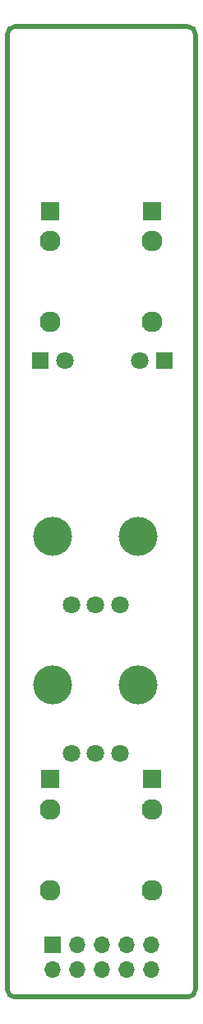
<source format=gbr>
%TF.GenerationSoftware,KiCad,Pcbnew,(6.0.0-0)*%
%TF.CreationDate,2022-01-12T00:44:38+05:30*%
%TF.ProjectId,pre,7072652e-6b69-4636-9164-5f7063625858,rev?*%
%TF.SameCoordinates,Original*%
%TF.FileFunction,Soldermask,Top*%
%TF.FilePolarity,Negative*%
%FSLAX46Y46*%
G04 Gerber Fmt 4.6, Leading zero omitted, Abs format (unit mm)*
G04 Created by KiCad (PCBNEW (6.0.0-0)) date 2022-01-12 00:44:38*
%MOMM*%
%LPD*%
G01*
G04 APERTURE LIST*
%ADD10C,0.500000*%
%ADD11R,1.930000X1.830000*%
%ADD12C,2.130000*%
%ADD13C,4.000000*%
%ADD14C,1.800000*%
%ADD15R,1.800000X1.800000*%
%ADD16R,1.700000X1.700000*%
%ADD17O,1.700000X1.700000*%
G04 APERTURE END LIST*
D10*
X78575000Y-40250000D02*
X78575000Y-138250000D01*
X97167893Y-139050000D02*
G75*
G03*
X97967893Y-138250000I-1J800001D01*
G01*
X78575000Y-138250000D02*
G75*
G03*
X79375000Y-139050000I800001J1D01*
G01*
X97967893Y-40250000D02*
X97967893Y-138250000D01*
X97167893Y-39450000D02*
X79375000Y-39450000D01*
X97967893Y-40250000D02*
G75*
G03*
X97167893Y-39450000I-800001J-1D01*
G01*
X79375000Y-139050000D02*
X97167893Y-139050000D01*
X79375000Y-39450000D02*
G75*
G03*
X78575000Y-40250000I1J-800001D01*
G01*
D11*
%TO.C,Out2*%
X93500000Y-116670000D03*
D12*
X93500000Y-128070000D03*
X93500000Y-119770000D03*
%TD*%
D13*
%TO.C,RV2*%
X92075000Y-107000000D03*
X83275000Y-107000000D03*
D14*
X90175000Y-114000000D03*
X87675000Y-114000000D03*
X85175000Y-114000000D03*
%TD*%
D13*
%TO.C,RV1*%
X92075000Y-91800000D03*
X83275000Y-91800000D03*
D14*
X90175000Y-98800000D03*
X87675000Y-98800000D03*
X85175000Y-98800000D03*
%TD*%
D15*
%TO.C,LED2*%
X94775000Y-73750000D03*
D14*
X92235000Y-73750000D03*
%TD*%
D15*
%TO.C,LED1*%
X81975000Y-73750000D03*
D14*
X84515000Y-73750000D03*
%TD*%
D16*
%TO.C,J5*%
X83225000Y-133650000D03*
D17*
X83225000Y-136190000D03*
X85765000Y-133650000D03*
X85765000Y-136190000D03*
X88305000Y-133650000D03*
X88305000Y-136190000D03*
X90845000Y-133650000D03*
X90845000Y-136190000D03*
X93385000Y-133650000D03*
X93385000Y-136190000D03*
%TD*%
D11*
%TO.C,IN2*%
X93500000Y-58370000D03*
D12*
X93500000Y-69770000D03*
X93500000Y-61470000D03*
%TD*%
D11*
%TO.C,IN1*%
X83000000Y-58370000D03*
D12*
X83000000Y-69770000D03*
X83000000Y-61470000D03*
%TD*%
%TO.C,Out1*%
X83000000Y-119770000D03*
X83000000Y-128070000D03*
D11*
X83000000Y-116670000D03*
%TD*%
M02*

</source>
